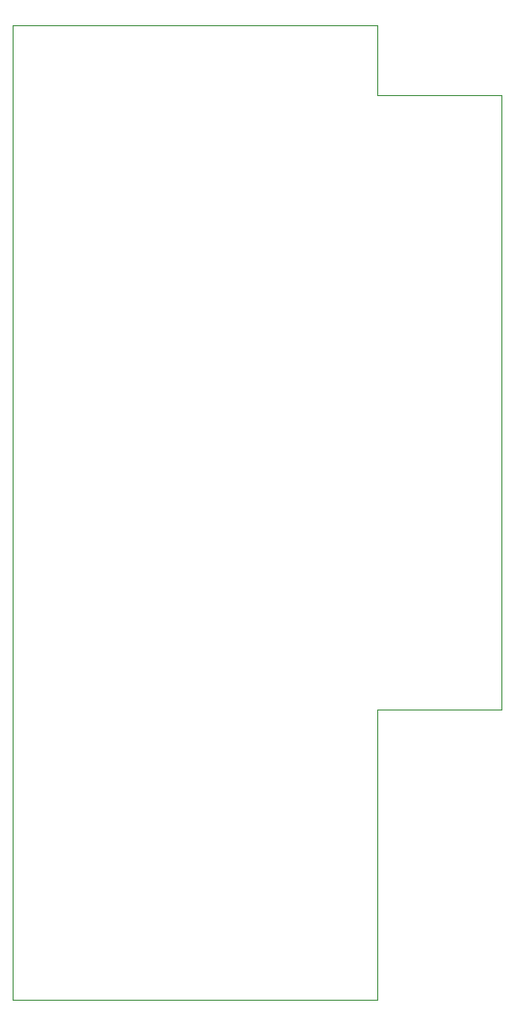
<source format=gm1>
G04 #@! TF.GenerationSoftware,KiCad,Pcbnew,(5.1.7)-1*
G04 #@! TF.CreationDate,2020-10-01T14:41:10-04:00*
G04 #@! TF.ProjectId,raspberry-pi-ir-hat,72617370-6265-4727-9279-2d70692d6972,rev?*
G04 #@! TF.SameCoordinates,Original*
G04 #@! TF.FileFunction,Profile,NP*
%FSLAX46Y46*%
G04 Gerber Fmt 4.6, Leading zero omitted, Abs format (unit mm)*
G04 Created by KiCad (PCBNEW (5.1.7)-1) date 2020-10-01 14:41:10*
%MOMM*%
%LPD*%
G01*
G04 APERTURE LIST*
G04 #@! TA.AperFunction,Profile*
%ADD10C,0.050000*%
G04 #@! TD*
G04 APERTURE END LIST*
D10*
X137800000Y-82100000D02*
X148700000Y-82100000D01*
X137800000Y-76000000D02*
X137800000Y-82100000D01*
X137800000Y-135700000D02*
X148700000Y-135700000D01*
X137800000Y-161000000D02*
X137800000Y-135700000D01*
X106000000Y-76000000D02*
X137800000Y-76000000D01*
X106000000Y-161000000D02*
X106000000Y-76000000D01*
X106000000Y-161000000D02*
X137800000Y-161000000D01*
X148700000Y-82100000D02*
X148700000Y-135700000D01*
M02*

</source>
